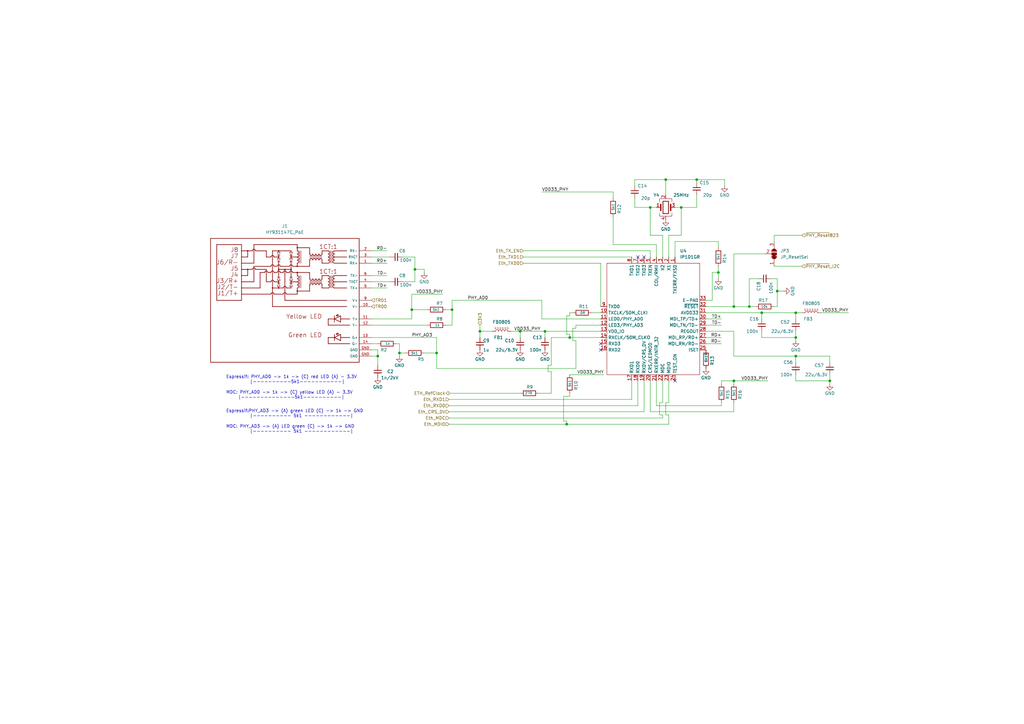
<source format=kicad_sch>
(kicad_sch (version 20211123) (generator eeschema)
  (paper "A3")
  (title_block (title "Ethernet PHY IP101") (date "2022-08-14") (rev "3a") (company "MDC"))
  (lib_symbols
    (symbol "Device:C_Small" (pin_numbers hide) (pin_names (offset 0.254) hide)
      (property "Reference" "C" (at 0.254 1.778 0))
      (property "Value" "C_Small" (at 0.254 -2.032 0))
      (symbol "C_Small_1_1"
        (pin passive line (at 0 2.54 270) (length 2.032) (name "~") (number "1"))
        (pin passive line (at 0 -2.54 90) (length 2.032) (name "~") (number "2"))
      )
    )
    (symbol "Device:Crystal_GND24" (pin_names (offset 1.016) hide)
      (property "Reference" "Y" (at 3.175 5.08 0))
      (property "Value" "Crystal_GND24" (at 3.175 3.175 0))
      (symbol "Crystal_GND24_1_1"
        (pin passive line (at -3.81 0 0) (length 1.27) (name "1") (number "1"))
        (pin passive line (at 0 5.08 270) (length 1.27) (name "2") (number "2"))
        (pin passive line (at 3.81 0 180) (length 1.27) (name "3") (number "3"))
        (pin passive line (at 0 -5.08 90) (length 1.27) (name "4") (number "4"))
      )
    )
    (symbol "Device:L_Ferrite" (pin_numbers hide) (pin_names (offset 1.016) hide)
      (property "Reference" "L" (at -1.27 0 90))
      (property "Value" "L_Ferrite" (at 2.794 0 90))
      (symbol "L_Ferrite_1_1"
        (pin passive line (at 0 3.81 270) (length 1.27) (name "1") (number "1"))
        (pin passive line (at 0 -3.81 90) (length 1.27) (name "2") (number "2"))
      )
    )
    (symbol "Device:R" (pin_numbers hide) (pin_names (offset 0))
      (property "Reference" "R" (at 2.032 0 90))
      (property "Value" "R" (at 0 0 90))
      (symbol "R_1_1"
        (pin passive line (at 0 3.81 270) (length 1.27) (name "~") (number "1"))
        (pin passive line (at 0 -3.81 90) (length 1.27) (name "~") (number "2"))
      )
    )
    (symbol "Jumper:SolderJumper_3_Bridged12" (pin_names (offset 0) hide)
      (property "Reference" "JP" (at -2.54 -2.54 0))
      (property "Value" "SolderJumper_3_Bridged12" (at 0 2.794 0))
      (symbol "SolderJumper_3_Bridged12_1_1"
        (pin passive line (at -5.08 0 0) (length 2.54) (name "A") (number "1"))
        (pin passive line (at 0 -3.81 90) (length 2.54) (name "C") (number "2"))
        (pin passive line (at 5.08 0 180) (length 2.54) (name "B") (number "3"))
      )
    )
    (symbol "MDC:HY931147C_PoE"
      (property "Reference" "J" (at -13.97 16.51 0))
      (property "Value" "HY931147C_PoE" (at 0 16.51 0))
      (symbol "HY931147C_PoE_0_0"
        (text "1CT:1" (at -20.32 0.635 0) (effects (font (size 1.778 1.778)) (justify left bottom)))
        (text "1CT:1" (at -20.32 10.795 0) (effects (font (size 1.778 1.778)) (justify left bottom)))
        (text "Green LED" (at -13.97 -25.4 0) (effects (font (size 1.778 1.778)) (justify left bottom)))
        (text "J1/T+" (at 20.32 -8.255 0) (effects (font (size 1.778 1.778)) (justify left bottom)))
        (text "J2/T-" (at 20.32 -5.715 0) (effects (font (size 1.778 1.778)) (justify left bottom)))
        (text "J3/R+" (at 20.32 -3.175 0) (effects (font (size 1.778 1.778)) (justify left bottom)))
        (text "J4" (at 20.32 -0.635 0) (effects (font (size 1.778 1.778)) (justify left bottom)))
        (text "J5" (at 20.32 1.905 0) (effects (font (size 1.778 1.778)) (justify left bottom)))
        (text "J6/R-" (at 20.32 4.445 0) (effects (font (size 1.778 1.778)) (justify left bottom)))
        (text "J7" (at 20.32 6.985 0) (effects (font (size 1.778 1.778)) (justify left bottom)))
        (text "J8" (at 20.32 9.525 0) (effects (font (size 1.778 1.778)) (justify left bottom)))
        (text "Yellow LED" (at -13.97 -17.78 0) (effects (font (size 1.778 1.778)) (justify left bottom)))
        (pin bidirectional line (at -34.29 5.08 0) (length 5.08) (name "RX+") (number "1"))
        (pin bidirectional line (at -34.29 -12.7 0) (length 5.08) (name "V-") (number "10"))
        (pin bidirectional line (at -34.29 -17.78 0) (length 5.08) (name "Y+") (number "11"))
        (pin bidirectional line (at -34.29 -20.32 0) (length 5.08) (name "Y-") (number "12"))
        (pin bidirectional line (at -34.29 -25.4 0) (length 5.08) (name "G+") (number "13"))
        (pin bidirectional line (at -34.29 -27.94 0) (length 5.08) (name "G-") (number "14"))
        (pin bidirectional line (at -34.29 10.16 0) (length 5.08) (name "RX-") (number "2"))
        (pin bidirectional line (at -34.29 7.62 0) (length 5.08) (name "RXCT") (number "3"))
        (pin bidirectional line (at -34.29 -2.54 0) (length 5.08) (name "TXCT") (number "4"))
        (pin bidirectional line (at -34.29 -5.08 0) (length 5.08) (name "TX+") (number "5"))
        (pin bidirectional line (at -34.29 0 0) (length 5.08) (name "TX-") (number "6"))
        (pin bidirectional line (at -34.29 -10.16 0) (length 5.08) (name "V+") (number "9"))
        (pin bidirectional line (at -34.29 -33.02 0) (length 5.08) (name "GND") (number "GND"))
        (pin bidirectional line (at -34.29 -30.48 0) (length 5.08) (name "GND") (number "GND"))
      )
    )
    (symbol "MDC:IP101GR"
      (property "Reference" "U" (at 15.24 27.94 0))
      (property "Value" "IP101GR" (at -17.78 27.94 0))
      (symbol "IP101GR_1_1"
        (pin passive line (at 8.89 29.21 270) (length 2.54) (name "TXERR/FXSD") (number "1"))
        (pin passive line (at -21.59 6.35 0) (length 2.54) (name "TXCLK/50M_CLKI") (number "10"))
        (pin passive line (at -21.59 3.81 0) (length 2.54) (name "LED0/PHY_AD0") (number "11"))
        (pin passive line (at -21.59 1.27 0) (length 2.54) (name "LED3/PHY_AD3") (number "12"))
        (pin passive line (at -21.59 -1.27 0) (length 2.54) (name "VDD_IO") (number "13"))
        (pin passive line (at -21.59 -3.81 0) (length 2.54) (name "RXCLK/50M_CLKO") (number "14"))
        (pin passive line (at -21.59 -6.35 0) (length 2.54) (name "RXD3") (number "15"))
        (pin passive line (at -21.59 -8.89 0) (length 2.54) (name "RXD2") (number "16"))
        (pin passive line (at -8.89 -21.59 90) (length 2.54) (name "RXD1") (number "17"))
        (pin passive line (at -6.35 -21.59 90) (length 2.54) (name "RXD0") (number "18"))
        (pin passive line (at -3.81 -21.59 90) (length 2.54) (name "RXDV/CRS_DV") (number "19"))
        (pin passive line (at 6.35 29.21 270) (length 2.54) (name "X1") (number "2"))
        (pin passive line (at -1.27 -21.59 90) (length 2.54) (name "CRS/LEDMOD") (number "20"))
        (pin passive line (at 1.27 -21.59 90) (length 2.54) (name "RXERR/INTR_32") (number "21"))
        (pin passive line (at 3.81 -21.59 90) (length 2.54) (name "MDC") (number "22"))
        (pin passive line (at 6.35 -21.59 90) (length 2.54) (name "MDIO") (number "23"))
        (pin passive line (at 8.89 -21.59 90) (length 2.54) (name "TEST_ON") (number "24"))
        (pin passive line (at 21.59 -8.89 180) (length 2.54) (name "ISET") (number "25"))
        (pin passive line (at 21.59 -6.35 180) (length 2.54) (name "MDI_RN/RD-") (number "26"))
        (pin passive line (at 21.59 -3.81 180) (length 2.54) (name "MDI_RP/RD+") (number "27"))
        (pin passive line (at 21.59 -1.27 180) (length 2.54) (name "REGOUT") (number "28"))
        (pin passive line (at 21.59 1.27 180) (length 2.54) (name "MDI_TN/TD-") (number "29"))
        (pin passive line (at 3.81 29.21 270) (length 2.54) (name "X2") (number "3"))
        (pin passive line (at 21.59 3.81 180) (length 2.54) (name "MDI_TP/TD+") (number "30"))
        (pin passive line (at 21.59 6.35 180) (length 2.54) (name "AVDD33") (number "31"))
        (pin passive line (at 21.59 8.89 180) (length 2.54) (name "~{RESET}") (number "32"))
        (pin passive line (at 21.59 11.43 180) (length 2.54) (name "E-PAD") (number "33"))
        (pin passive line (at 1.27 29.21 270) (length 2.54) (name "COL/RMII") (number "4"))
        (pin passive line (at -1.27 29.21 270) (length 2.54) (name "TXEN") (number "5"))
        (pin passive line (at -3.81 29.21 270) (length 2.54) (name "TXD3") (number "6"))
        (pin passive line (at -6.35 29.21 270) (length 2.54) (name "TXD2") (number "7"))
        (pin passive line (at -8.89 29.21 270) (length 2.54) (name "TXD1") (number "8"))
        (pin passive line (at -21.59 8.89 0) (length 2.54) (name "TXD0") (number "9"))
      )
    )
    (symbol "power:GND" (power) (pin_names (offset 0))
      (property "Value" "GND" (at 0 -3.81 0))
      (symbol "GND_1_1"
        (pin power_in line (at 0 0 270) (length 0) hide (name "GND") (number "1"))
      )
    )
  )
  (junction (at 170.18 110.49))
  (junction (at 223.52 135.89))
  (junction (at 196.85 135.89))
  (junction (at 213.36 135.89))
  (junction (at 340.36 156.21))
  (junction (at 163.83 144.78))
  (junction (at 326.39 138.43))
  (junction (at 279.4 85.09))
  (junction (at 326.39 128.27))
  (junction (at 232.41 173.99))
  (junction (at 154.94 146.05))
  (junction (at 312.42 128.27))
  (junction (at 179.07 144.78))
  (junction (at 300.99 125.73))
  (junction (at 300.99 156.21))
  (junction (at 285.75 73.66))
  (junction (at 318.77 119.38))
  (junction (at 294.64 111.76))
  (junction (at 168.91 127))
  (junction (at 185.42 127))
  (junction (at 326.39 146.05))
  (junction (at 273.05 73.66))
  (junction (at 307.34 125.73))
  (junction (at 266.7 85.09))
  (junction (at 233.68 138.43))
  (no_connect (at 276.86 156.21))
  (no_connect (at 246.38 140.97))
  (no_connect (at 246.38 143.51))
  (no_connect (at 261.62 105.41))
  (no_connect (at 264.16 105.41))
  (wire (pts (xy 300.99 156.21) (xy 300.99 157.48)))
  (wire (pts (xy 152.4 146.05) (xy 154.94 146.05)))
  (wire (pts (xy 295.91 166.37) (xy 295.91 165.1)))
  (wire (pts (xy 326.39 138.43) (xy 326.39 135.89)))
  (wire (pts (xy 266.7 156.21) (xy 266.7 168.91)))
  (wire (pts (xy 179.07 138.43) (xy 179.07 144.78)))
  (wire (pts (xy 184.15 163.83) (xy 259.08 163.83)))
  (wire (pts (xy 318.77 114.3) (xy 318.77 119.38)))
  (wire (pts (xy 271.78 170.18) (xy 271.78 171.45)))
  (wire (pts (xy 173.99 144.78) (xy 179.07 144.78)))
  (wire (pts (xy 269.24 166.37) (xy 295.91 166.37)))
  (wire (pts (xy 276.86 99.06) (xy 294.64 99.06)))
  (wire (pts (xy 300.99 146.05) (xy 326.39 146.05)))
  (wire (pts (xy 289.56 125.73) (xy 300.99 125.73)))
  (wire (pts (xy 300.99 135.89) (xy 300.99 146.05)))
  (wire (pts (xy 266.7 85.09) (xy 260.35 85.09)))
  (wire (pts (xy 173.99 110.49) (xy 173.99 111.76)))
  (wire (pts (xy 274.32 96.52) (xy 279.4 96.52)))
  (wire (pts (xy 234.95 139.7) (xy 236.22 139.7)))
  (wire (pts (xy 300.99 125.73) (xy 300.99 104.14)))
  (wire (pts (xy 271.78 165.1) (xy 270.51 165.1)))
  (wire (pts (xy 233.68 153.67) (xy 247.65 153.67)))
  (wire (pts (xy 162.56 140.97) (xy 163.83 140.97)))
  (wire (pts (xy 276.86 105.41) (xy 276.86 99.06)))
  (wire (pts (xy 236.22 139.7) (xy 236.22 151.13)))
  (wire (pts (xy 294.64 111.76) (xy 294.64 114.3)))
  (wire (pts (xy 246.38 125.73) (xy 246.38 107.95)))
  (wire (pts (xy 231.14 172.72) (xy 231.14 162.56)))
  (wire (pts (xy 271.78 96.52) (xy 266.7 96.52)))
  (wire (pts (xy 300.99 165.1) (xy 300.99 168.91)))
  (wire (pts (xy 312.42 138.43) (xy 326.39 138.43)))
  (wire (pts (xy 273.05 73.66) (xy 285.75 73.66)))
  (wire (pts (xy 274.32 165.1) (xy 273.05 165.1)))
  (wire (pts (xy 289.56 138.43) (xy 295.91 138.43)))
  (wire (pts (xy 336.55 128.27) (xy 347.98 128.27)))
  (wire (pts (xy 279.4 85.09) (xy 285.75 85.09)))
  (wire (pts (xy 289.56 130.81) (xy 295.91 130.81)))
  (wire (pts (xy 152.4 105.41) (xy 160.02 105.41)))
  (wire (pts (xy 326.39 138.43) (xy 326.39 139.7)))
  (wire (pts (xy 273.05 170.18) (xy 274.32 170.18)))
  (wire (pts (xy 232.41 173.99) (xy 274.32 173.99)))
  (wire (pts (xy 251.46 88.9) (xy 251.46 100.33)))
  (wire (pts (xy 307.34 114.3) (xy 307.34 125.73)))
  (wire (pts (xy 294.64 99.06) (xy 294.64 101.6)))
  (wire (pts (xy 307.34 125.73) (xy 309.88 125.73)))
  (wire (pts (xy 152.4 143.51) (xy 154.94 143.51)))
  (wire (pts (xy 295.91 156.21) (xy 295.91 157.48)))
  (wire (pts (xy 224.79 152.4) (xy 226.06 152.4)))
  (wire (pts (xy 273.05 165.1) (xy 273.05 170.18)))
  (wire (pts (xy 231.14 172.72) (xy 232.41 172.72)))
  (wire (pts (xy 226.06 149.86) (xy 224.79 149.86)))
  (wire (pts (xy 222.25 130.81) (xy 222.25 123.19)))
  (wire (pts (xy 214.63 105.41) (xy 259.08 105.41)))
  (wire (pts (xy 234.95 134.62) (xy 234.95 139.7)))
  (wire (pts (xy 314.96 156.21) (xy 300.99 156.21)))
  (wire (pts (xy 184.15 173.99) (xy 232.41 173.99)))
  (wire (pts (xy 165.1 115.57) (xy 170.18 115.57)))
  (wire (pts (xy 269.24 85.09) (xy 266.7 85.09)))
  (wire (pts (xy 231.14 162.56) (xy 233.68 162.56)))
  (wire (pts (xy 182.88 127) (xy 185.42 127)))
  (wire (pts (xy 246.38 135.89) (xy 223.52 135.89)))
  (wire (pts (xy 269.24 105.41) (xy 269.24 100.33)))
  (wire (pts (xy 185.42 123.19) (xy 185.42 127)))
  (wire (pts (xy 154.94 146.05) (xy 154.94 149.86)))
  (wire (pts (xy 185.42 123.19) (xy 222.25 123.19)))
  (wire (pts (xy 300.99 104.14) (xy 313.69 104.14)))
  (wire (pts (xy 326.39 146.05) (xy 326.39 148.59)))
  (wire (pts (xy 297.18 73.66) (xy 297.18 76.2)))
  (wire (pts (xy 260.35 73.66) (xy 273.05 73.66)))
  (wire (pts (xy 170.18 110.49) (xy 173.99 110.49)))
  (wire (pts (xy 224.79 149.86) (xy 224.79 152.4)))
  (wire (pts (xy 270.51 165.1) (xy 270.51 170.18)))
  (wire (pts (xy 152.4 140.97) (xy 154.94 140.97)))
  (wire (pts (xy 196.85 133.35) (xy 196.85 135.89)))
  (wire (pts (xy 233.68 138.43) (xy 246.38 138.43)))
  (wire (pts (xy 311.15 114.3) (xy 307.34 114.3)))
  (wire (pts (xy 236.22 133.35) (xy 236.22 134.62)))
  (wire (pts (xy 246.38 107.95) (xy 214.63 107.95)))
  (wire (pts (xy 326.39 146.05) (xy 340.36 146.05)))
  (wire (pts (xy 232.41 137.16) (xy 233.68 137.16)))
  (wire (pts (xy 274.32 156.21) (xy 274.32 165.1)))
  (wire (pts (xy 276.86 85.09) (xy 279.4 85.09)))
  (wire (pts (xy 233.68 161.29) (xy 233.68 162.56)))
  (wire (pts (xy 226.06 138.43) (xy 233.68 138.43)))
  (wire (pts (xy 209.55 135.89) (xy 213.36 135.89)))
  (wire (pts (xy 226.06 138.43) (xy 226.06 149.86)))
  (wire (pts (xy 152.4 118.11) (xy 158.75 118.11)))
  (wire (pts (xy 274.32 170.18) (xy 274.32 173.99)))
  (wire (pts (xy 152.4 113.03) (xy 158.75 113.03)))
  (wire (pts (xy 289.56 128.27) (xy 312.42 128.27)))
  (wire (pts (xy 214.63 102.87) (xy 266.7 102.87)))
  (wire (pts (xy 184.15 166.37) (xy 261.62 166.37)))
  (wire (pts (xy 316.23 114.3) (xy 318.77 114.3)))
  (wire (pts (xy 223.52 135.89) (xy 213.36 135.89)))
  (wire (pts (xy 226.06 152.4) (xy 226.06 161.29)))
  (wire (pts (xy 184.15 161.29) (xy 213.36 161.29)))
  (wire (pts (xy 242.57 128.27) (xy 246.38 128.27)))
  (wire (pts (xy 213.36 135.89) (xy 213.36 138.43)))
  (wire (pts (xy 318.77 119.38) (xy 318.77 125.73)))
  (wire (pts (xy 285.75 85.09) (xy 285.75 80.01)))
  (wire (pts (xy 260.35 76.2) (xy 260.35 73.66)))
  (wire (pts (xy 312.42 135.89) (xy 312.42 138.43)))
  (wire (pts (xy 326.39 128.27) (xy 326.39 130.81)))
  (wire (pts (xy 317.5 96.52) (xy 317.5 99.06)))
  (wire (pts (xy 152.4 102.87) (xy 158.75 102.87)))
  (wire (pts (xy 340.36 146.05) (xy 340.36 148.59)))
  (wire (pts (xy 168.91 120.65) (xy 181.61 120.65)))
  (wire (pts (xy 185.42 127) (xy 185.42 133.35)))
  (wire (pts (xy 152.4 130.81) (xy 168.91 130.81)))
  (wire (pts (xy 222.25 130.81) (xy 246.38 130.81)))
  (wire (pts (xy 163.83 144.78) (xy 166.37 144.78)))
  (wire (pts (xy 179.07 151.13) (xy 236.22 151.13)))
  (wire (pts (xy 279.4 96.52) (xy 279.4 85.09)))
  (wire (pts (xy 152.4 115.57) (xy 160.02 115.57)))
  (wire (pts (xy 289.56 140.97) (xy 295.91 140.97)))
  (wire (pts (xy 271.78 156.21) (xy 271.78 165.1)))
  (wire (pts (xy 326.39 156.21) (xy 340.36 156.21)))
  (wire (pts (xy 168.91 127) (xy 175.26 127)))
  (wire (pts (xy 294.64 109.22) (xy 294.64 111.76)))
  (wire (pts (xy 233.68 128.27) (xy 233.68 129.54)))
  (wire (pts (xy 266.7 96.52) (xy 266.7 85.09)))
  (wire (pts (xy 285.75 73.66) (xy 297.18 73.66)))
  (wire (pts (xy 289.56 133.35) (xy 295.91 133.35)))
  (wire (pts (xy 154.94 143.51) (xy 154.94 146.05)))
  (wire (pts (xy 179.07 144.78) (xy 179.07 151.13)))
  (wire (pts (xy 259.08 156.21) (xy 259.08 163.83)))
  (wire (pts (xy 232.41 172.72) (xy 232.41 173.99)))
  (wire (pts (xy 271.78 105.41) (xy 271.78 96.52)))
  (wire (pts (xy 289.56 123.19) (xy 292.1 123.19)))
  (wire (pts (xy 326.39 153.67) (xy 326.39 156.21)))
  (wire (pts (xy 269.24 156.21) (xy 269.24 166.37)))
  (wire (pts (xy 232.41 129.54) (xy 232.41 137.16)))
  (wire (pts (xy 182.88 133.35) (xy 185.42 133.35)))
  (wire (pts (xy 270.51 170.18) (xy 271.78 170.18)))
  (wire (pts (xy 222.25 78.74) (xy 251.46 78.74)))
  (wire (pts (xy 340.36 156.21) (xy 340.36 153.67)))
  (wire (pts (xy 184.15 171.45) (xy 271.78 171.45)))
  (wire (pts (xy 163.83 144.78) (xy 163.83 140.97)))
  (wire (pts (xy 328.93 109.22) (xy 317.5 109.22)))
  (wire (pts (xy 152.4 133.35) (xy 175.26 133.35)))
  (wire (pts (xy 234.95 134.62) (xy 236.22 134.62)))
  (wire (pts (xy 266.7 105.41) (xy 266.7 102.87)))
  (wire (pts (xy 312.42 128.27) (xy 326.39 128.27)))
  (wire (pts (xy 273.05 73.66) (xy 273.05 80.01)))
  (wire (pts (xy 234.95 128.27) (xy 233.68 128.27)))
  (wire (pts (xy 260.35 85.09) (xy 260.35 81.28)))
  (wire (pts (xy 233.68 137.16) (xy 233.68 138.43)))
  (wire (pts (xy 300.99 125.73) (xy 307.34 125.73)))
  (wire (pts (xy 264.16 156.21) (xy 264.16 168.91)))
  (wire (pts (xy 179.07 138.43) (xy 152.4 138.43)))
  (wire (pts (xy 184.15 168.91) (xy 264.16 168.91)))
  (wire (pts (xy 274.32 105.41) (xy 274.32 96.52)))
  (wire (pts (xy 232.41 129.54) (xy 233.68 129.54)))
  (wire (pts (xy 340.36 156.21) (xy 340.36 157.48)))
  (wire (pts (xy 300.99 156.21) (xy 295.91 156.21)))
  (wire (pts (xy 326.39 128.27) (xy 328.93 128.27)))
  (wire (pts (xy 220.98 161.29) (xy 226.06 161.29)))
  (wire (pts (xy 196.85 135.89) (xy 201.93 135.89)))
  (wire (pts (xy 152.4 107.95) (xy 158.75 107.95)))
  (wire (pts (xy 196.85 135.89) (xy 196.85 138.43)))
  (wire (pts (xy 292.1 123.19) (xy 292.1 111.76)))
  (wire (pts (xy 251.46 100.33) (xy 269.24 100.33)))
  (wire (pts (xy 163.83 146.05) (xy 163.83 144.78)))
  (wire (pts (xy 292.1 111.76) (xy 294.64 111.76)))
  (wire (pts (xy 170.18 105.41) (xy 165.1 105.41)))
  (wire (pts (xy 285.75 73.66) (xy 285.75 74.93)))
  (wire (pts (xy 318.77 119.38) (xy 321.31 119.38)))
  (wire (pts (xy 170.18 110.49) (xy 170.18 105.41)))
  (wire (pts (xy 168.91 127) (xy 168.91 120.65)))
  (wire (pts (xy 312.42 128.27) (xy 312.42 130.81)))
  (wire (pts (xy 223.52 135.89) (xy 223.52 138.43)))
  (wire (pts (xy 266.7 168.91) (xy 300.99 168.91)))
  (wire (pts (xy 328.93 96.52) (xy 317.5 96.52)))
  (wire (pts (xy 318.77 125.73) (xy 317.5 125.73)))
  (wire (pts (xy 251.46 78.74) (xy 251.46 81.28)))
  (wire (pts (xy 289.56 135.89) (xy 300.99 135.89)))
  (wire (pts (xy 170.18 115.57) (xy 170.18 110.49)))
  (wire (pts (xy 246.38 133.35) (xy 236.22 133.35)))
  (wire (pts (xy 168.91 130.81) (xy 168.91 127)))
  (wire (pts (xy 261.62 156.21) (xy 261.62 166.37)))
  (text "Espressif: PHY_AD0 -> 1k -> (C) red LED (A) - 3.3V\n          |----------5k1-----------|" (at 92.71 157.48 0) (effects (font (size 1.27 1.27)) (justify left bottom)))
  (text "Espressif:PHY_AD3 -> (A) green LED (C) -> 1k -> GND\n          |---------- 5k1 ------------|" (at 92.71 171.45 0) (effects (font (size 1.27 1.27)) (justify left bottom)))
  (text "MDC: PHY_AD3 -> (A) LED green (C) -> 1k -> GND \n          |---------- 5k1 ------------|" (at 92.71 177.8 0) (effects (font (size 1.27 1.27)) (justify left bottom)))
  (text "MDC: PHY_AD0 -> 1k -> (C) yellow LED (A) - 3.3V\n     |--------------5k1----------|" (at 92.71 163.83 0) (effects (font (size 1.27 1.27)) (justify left bottom)))
  (label "VDD33_PHY" (at 181.61 120.65 180))
  (label "TD+" (at 295.91 130.81 180))
  (label "VDD33_PHY" (at 347.98 128.27 180))
  (label "RD+" (at 158.75 107.95 180))
  (label "TD-" (at 295.91 133.35 180))
  (label "PHY_AD0" (at 191.77 123.19 0))
  (label "VDD33_PHY" (at 247.65 153.67 180))
  (label "VDD33_PHY" (at 210.82 135.89 0))
  (label "RD+" (at 295.91 138.43 180))
  (label "TD-" (at 158.75 113.03 180))
  (label "VDD33_PHY" (at 222.25 78.74 0))
  (label "PHY_AD3" (at 168.91 138.43 0))
  (label "VDD33_PHY" (at 314.96 156.21 180))
  (label "TD+" (at 158.75 118.11 180))
  (label "RD-" (at 295.91 140.97 180))
  (label "RD-" (at 158.75 102.87 180))
  (hierarchical_label "Eth_TXD0" (shape input) (at 214.63 107.95 180))
  (hierarchical_label "Eth_TX_EN" (shape input) (at 214.63 102.87 180))
  (hierarchical_label "Eth_MDC" (shape input) (at 184.15 171.45 180))
  (hierarchical_label "TR01" (shape input) (at 152.4 123.19 0))
  (hierarchical_label "Eth_MDIO" (shape input) (at 184.15 173.99 180))
  (hierarchical_label "TR00" (shape input) (at 152.4 125.73 0))
  (hierarchical_label "~{PHY_Reset}823" (shape input) (at 328.93 96.52 0))
  (hierarchical_label "Eth_TXD1" (shape input) (at 214.63 105.41 180))
  (hierarchical_label "ETH_RefClock" (shape output) (at 184.15 161.29 180))
  (hierarchical_label "~{PHY_Reset}_I2C" (shape input) (at 328.93 109.22 0))
  (hierarchical_label "Eth_CRS_DV" (shape input) (at 184.15 168.91 180))
  (hierarchical_label "3V3" (shape input) (at 196.85 133.35 90))
  (hierarchical_label "Eth_RXD1" (shape input) (at 184.15 163.83 180))
  (hierarchical_label "Eth_RXD0" (shape input) (at 184.15 166.37 180))
  (symbol (lib_id "Device:R") (at 300.99 161.29 0) (unit 1)
    (property "Reference" "R16" (at 303.53 163.83 90) (effects (justify left)))
    (property "Value" "5k1" (at 300.99 162.56 90) (effects (font (size 1 1)) (justify left)))
    (property "Footprint" "Resistor_SMD:R_0603_1608Metric" (effects hide))
    (property "MfgNo" "0603WAF5101T5E" (effects hide))
    (property "price@1" "0.003" (effects hide))
    (property "price@reel" "0.002" (effects hide))
    (property "JCLPCB" "C23186" (effects hide))
  )
  (symbol (lib_id "power:GND") (at 154.94 154.94 0) (unit 1)
    (property "Reference" "#PWR07" (effects hide))
    (property "Value" "GND" (at 154.94 158.75 0))
  )
  (symbol (lib_id "Device:C_Small") (at 213.36 140.97 0) (unit 1)
    (property "Reference" "C10" (at 207.01 139.7 0) (effects (justify left)))
    (property "Value" "22u/6.3V" (at 203.2 143.51 0) (effects (justify left)))
    (property "Footprint" "Capacitor_SMD:C_0805_2012Metric" (effects hide))
    (property "MfgNo" "CL10A226MQ8NRNC" (effects hide))
    (property "price@1" "0.005" (effects hide))
    (property "price@reel" "0.005" (effects hide))
    (property "JCLPCB" "C59461" (effects hide))
  )
  (symbol (lib_id "power:GND") (at 289.56 151.13 0) (unit 1)
    (property "Reference" "#PWR026" (effects hide))
    (property "Value" "GND" (at 289.56 154.94 0))
  )
  (symbol (lib_id "Device:R") (at 233.68 157.48 0) (unit 1)
    (property "Reference" "R10" (at 236.22 160.02 90) (effects (justify left)))
    (property "Value" "5k1" (at 233.68 158.75 90) (effects (font (size 1 1)) (justify left)))
    (property "Footprint" "Resistor_SMD:R_0603_1608Metric" (effects hide))
    (property "MfgNo" "0603WAF5101T5E" (effects hide))
    (property "price@1" "0.003" (effects hide))
    (property "price@reel" "0.002" (effects hide))
    (property "JCLPCB" "C23186" (effects hide))
  )
  (symbol (lib_id "Device:L_Ferrite") (at 205.74 135.89 90) (unit 1)
    (property "Reference" "FB1" (at 204.47 138.43 90))
    (property "Value" "FB0805" (at 205.74 132.08 90))
    (property "Footprint" "Resistor_SMD:R_0805_2012Metric" (effects hide))
    (property "MfgNo" "UPZ2012E601-2R0TF" (effects hide))
    (property "price@1" "0.02" (effects hide))
    (property "price@reel" "0.01" (effects hide))
    (property "JCLPCB" "C98308" (effects hide))
  )
  (symbol (lib_id "Device:C_Small") (at 340.36 151.13 0) (unit 1)
    (property "Reference" "C57" (at 334.01 149.86 0) (effects (justify left)))
    (property "Value" "22u/6.3V" (at 330.2 153.67 0) (effects (justify left)))
    (property "Footprint" "Capacitor_SMD:C_0805_2012Metric" (effects hide))
    (property "MfgNo" "CL10A226MQ8NRNC" (effects hide))
    (property "price@1" "0.005" (effects hide))
    (property "price@reel" "0.005" (effects hide))
    (property "JCLPCB" "C59461" (effects hide))
  )
  (symbol (lib_id "Device:C_Small") (at 326.39 151.13 0) (unit 1)
    (property "Reference" "C56" (at 321.31 148.59 0) (effects (justify left)))
    (property "Value" "100n" (at 320.04 153.67 0) (effects (justify left)))
    (property "Footprint" "Capacitor_SMD:C_0603_1608Metric" (effects hide))
    (property "MfgNo" "CC0603KRX7R9BB104" (effects hide))
    (property "price@1" "0.003" (effects hide))
    (property "price@reel" "0.002" (effects hide))
    (property "JCLPCB" "C14663" (effects hide))
  )
  (symbol (lib_id "Device:R") (at 217.17 161.29 270) (unit 1)
    (property "Reference" "R9" (at 215.9 158.75 90) (effects (justify left)))
    (property "Value" "27R" (at 215.265 161.29 90) (effects (font (size 1 1)) (justify left)))
    (property "Footprint" "Resistor_SMD:R_0603_1608Metric" (effects hide))
    (property "MfgNo" "0603WAF270JT5E" (effects hide))
    (property "price@1" "0.003" (effects hide))
    (property "price@reel" "0.002" (effects hide))
    (property "JCLPCB" "C25190" (effects hide))
  )
  (symbol (lib_id "Device:C_Small") (at 312.42 133.35 0) (unit 1)
    (property "Reference" "C16" (at 307.34 130.81 0) (effects (justify left)))
    (property "Value" "100n" (at 306.07 135.89 0) (effects (justify left)))
    (property "Footprint" "Capacitor_SMD:C_0603_1608Metric" (effects hide))
    (property "MfgNo" "CC0603KRX7R9BB104" (effects hide))
    (property "price@1" "0.003" (effects hide))
    (property "price@reel" "0.002" (effects hide))
    (property "JCLPCB" "C14663" (effects hide))
  )
  (symbol (lib_id "Device:C_Small") (at 285.75 77.47 0) (mirror y) (unit 1)
    (property "Reference" "C15" (at 290.83 74.93 0) (effects (justify left)))
    (property "Value" "20p" (at 292.1 80.01 0) (effects (justify left)))
    (property "Footprint" "Capacitor_SMD:C_0603_1608Metric" (effects hide))
    (property "MfgNo" "CL10C200JB8NNNC" (effects hide))
    (property "price@1" "0.007" (effects hide))
    (property "price@reel" "0.006" (effects hide))
    (property "JCLPCB" "C1648" (effects hide))
  )
  (symbol (lib_id "MDC:IP101GR") (at 267.97 134.62 0) (unit 1)
    (property "Reference" "U4" (at 278.8794 102.87 0) (effects (justify left)))
    (property "Value" "IP101GR" (at 278.8794 105.41 0) (effects (justify left)))
    (property "Footprint" "Package_DFN_QFN:QFN-32-1EP_4x4mm_P0.4mm_EP2.65x2.65mm" (effects hide))
    (property "MfgNo" "IP101GRI" (effects hide))
    (property "price@1" "1.86" (effects hide))
    (property "price@reel" "1.32" (effects hide))
    (property "JCLPCB" "C910373" (effects hide))
  )
  (symbol (lib_id "Device:C_Small") (at 223.52 140.97 0) (unit 1)
    (property "Reference" "C13" (at 218.44 138.43 0) (effects (justify left)))
    (property "Value" "100n" (at 217.17 143.51 0) (effects (justify left)))
    (property "Footprint" "Capacitor_SMD:C_0603_1608Metric" (effects hide))
    (property "MfgNo" "CC0603KRX7R9BB104" (effects hide))
    (property "price@1" "0.003" (effects hide))
    (property "price@reel" "0.002" (effects hide))
    (property "JCLPCB" "C14663" (effects hide))
  )
  (symbol (lib_id "power:GND") (at 321.31 119.38 90) (unit 1)
    (property "Reference" "#PWR051" (effects hide))
    (property "Value" "GND" (at 325.12 119.38 0))
  )
  (symbol (lib_id "Device:R") (at 313.69 125.73 90) (unit 1)
    (property "Reference" "R17" (at 314.96 123.19 90) (effects (justify left)))
    (property "Value" "10k" (at 314.96 125.73 90) (effects (font (size 1 1)) (justify left)))
    (property "Footprint" "Resistor_SMD:R_0603_1608Metric" (effects hide))
    (property "MfgNo" "0603WAF1002T5E" (effects hide))
    (property "price@1" "0.003" (effects hide))
    (property "price@reel" "0.002" (effects hide))
    (property "JCLPCB" "C25804" (effects hide))
  )
  (symbol (lib_id "power:GND") (at 273.05 90.17 0) (unit 1)
    (property "Reference" "#PWR024" (effects hide))
    (property "Value" "GND" (at 273.05 93.98 0))
  )
  (symbol (lib_id "power:GND") (at 340.36 157.48 0) (unit 1)
    (property "Reference" "#PWR053" (effects hide))
    (property "Value" "GND" (at 340.36 161.29 0))
  )
  (symbol (lib_id "Device:L_Ferrite") (at 332.74 128.27 90) (unit 1)
    (property "Reference" "FB3" (at 331.47 130.81 90))
    (property "Value" "FB0805" (at 332.74 124.46 90))
    (property "Footprint" "Resistor_SMD:R_0805_2012Metric" (effects hide))
    (property "MfgNo" "UPZ2012E601-2R0TF" (effects hide))
    (property "price@1" "0.02" (effects hide))
    (property "price@reel" "0.01" (effects hide))
    (property "JCLPCB" "C98308" (effects hide))
  )
  (symbol (lib_id "power:GND") (at 173.99 111.76 0) (unit 1)
    (property "Reference" "#PWR014" (effects hide))
    (property "Value" "GND" (at 173.99 115.57 0))
  )
  (symbol (lib_id "power:GND") (at 294.64 114.3 0) (unit 1)
    (property "Reference" "#PWR029" (effects hide))
    (property "Value" "GND" (at 294.64 118.11 0))
  )
  (symbol (lib_id "power:GND") (at 223.52 143.51 0) (unit 1)
    (property "Reference" "#PWR023" (effects hide))
    (property "Value" "GND" (at 223.52 147.32 0))
  )
  (symbol (lib_id "Device:C_Small") (at 326.39 133.35 0) (unit 1)
    (property "Reference" "C52" (at 320.04 132.08 0) (effects (justify left)))
    (property "Value" "22u/6.3V" (at 316.23 135.89 0) (effects (justify left)))
    (property "Footprint" "Capacitor_SMD:C_0805_2012Metric" (effects hide))
    (property "MfgNo" "CL10A226MQ8NRNC" (effects hide))
    (property "price@1" "0.005" (effects hide))
    (property "price@reel" "0.005" (effects hide))
    (property "JCLPCB" "C59461" (effects hide))
  )
  (symbol (lib_id "Device:R") (at 289.56 147.32 0) (unit 1)
    (property "Reference" "R13" (at 292.1 149.86 90) (effects (justify left)))
    (property "Value" "6k19" (at 289.56 148.59 90) (effects (font (size 1 1)) (justify left)))
    (property "Footprint" "Resistor_SMD:R_0603_1608Metric" (effects hide))
    (property "MfgNo" "0603WAF6191T5E" (effects hide))
    (property "price@1" "0.003" (effects hide))
    (property "price@reel" "0.002" (effects hide))
    (property "JCLPCB" "C25978" (effects hide))
  )
  (symbol (lib_id "Device:C_Small") (at 313.69 114.3 90) (unit 1)
    (property "Reference" "C18" (at 311.15 119.38 0) (effects (justify left)))
    (property "Value" "100n" (at 316.23 120.65 0) (effects (justify left)))
    (property "Footprint" "Capacitor_SMD:C_0603_1608Metric" (effects hide))
    (property "MfgNo" "CC0603KRX7R9BB104" (effects hide))
    (property "price@1" "0.003" (effects hide))
    (property "price@reel" "0.002" (effects hide))
    (property "JCLPCB" "C14663" (effects hide))
  )
  (symbol (lib_id "Device:R") (at 179.07 133.35 90) (unit 1)
    (property "Reference" "R8" (at 181.61 130.81 90) (effects (justify left)))
    (property "Value" "1k" (at 180.34 133.35 90) (effects (font (size 1 1)) (justify left)))
    (property "Footprint" "Resistor_SMD:R_0603_1608Metric" (effects hide))
    (property "MfgNo" "0603WAF1001T5E" (effects hide))
    (property "price@1" "0.003" (effects hide))
    (property "price@reel" "0.002" (effects hide))
    (property "JCLPCB" "C21190" (effects hide))
  )
  (symbol (lib_id "Device:C_Small") (at 154.94 152.4 0) (unit 1)
    (property "Reference" "C2" (at 158.75 152.4 0) (effects (justify left)))
    (property "Value" "1n/2kV" (at 156.21 154.94 0) (effects (justify left)))
    (property "Footprint" "Capacitor_SMD:C_1206_3216Metric" (effects hide))
    (property "MfgNo" "1206B102K202NT" (effects hide))
    (property "price@1" "0.006" (effects hide))
    (property "price@reel" "0.005" (effects hide))
    (property "JCLPCB" "C9196" (effects hide))
  )
  (symbol (lib_id "power:GND") (at 163.83 146.05 0) (unit 1)
    (property "Reference" "#PWR011" (effects hide))
    (property "Value" "GND" (at 163.83 149.86 0))
  )
  (symbol (lib_id "Device:R") (at 170.18 144.78 90) (unit 1)
    (property "Reference" "R5" (at 173.99 147.32 90) (effects (justify left)))
    (property "Value" "5k1" (at 171.45 144.78 90) (effects (font (size 1 1)) (justify left)))
    (property "Footprint" "Resistor_SMD:R_0603_1608Metric" (effects hide))
    (property "MfgNo" "0603WAF5101T5E" (effects hide))
    (property "price@1" "0.003" (effects hide))
    (property "price@reel" "0.002" (effects hide))
    (property "JCLPCB" "C23186" (effects hide))
  )
  (symbol (lib_id "Device:R") (at 158.75 140.97 90) (unit 1)
    (property "Reference" "R2" (at 158.75 143.51 90) (effects (justify left)))
    (property "Value" "1k" (at 160.02 140.97 90) (effects (font (size 1 1)) (justify left)))
    (property "Footprint" "Resistor_SMD:R_0603_1608Metric" (effects hide))
    (property "MfgNo" "0603WAF1001T5E" (effects hide))
    (property "price@1" "0.003" (effects hide))
    (property "price@reel" "0.002" (effects hide))
    (property "JCLPCB" "C21190" (effects hide))
  )
  (symbol (lib_id "Device:R") (at 294.64 105.41 0) (unit 1)
    (property "Reference" "R14" (at 297.18 107.95 90) (effects (justify left)))
    (property "Value" "5k1" (at 294.64 106.68 90) (effects (font (size 1 1)) (justify left)))
    (property "Footprint" "Resistor_SMD:R_0603_1608Metric" (effects hide))
    (property "MfgNo" "0603WAF5101T5E" (effects hide))
    (property "price@1" "0.003" (effects hide))
    (property "price@reel" "0.002" (effects hide))
    (property "JCLPCB" "C23186" (effects hide))
  )
  (symbol (lib_id "Device:R") (at 295.91 161.29 0) (unit 1)
    (property "Reference" "R15" (at 298.45 163.83 90) (effects (justify left)))
    (property "Value" "5k1" (at 295.91 162.56 90) (effects (font (size 1 1)) (justify left)))
    (property "Footprint" "Resistor_SMD:R_0603_1608Metric" (effects hide))
    (property "MfgNo" "0603WAF5101T5E" (effects hide))
    (property "price@1" "0.003" (effects hide))
    (property "price@reel" "0.002" (effects hide))
    (property "JCLPCB" "C23186" (effects hide))
  )
  (symbol (lib_id "Device:C_Small") (at 260.35 78.74 0) (mirror y) (unit 1)
    (property "Reference" "C14" (at 265.43 76.2 0) (effects (justify left)))
    (property "Value" "20p" (at 266.7 81.28 0) (effects (justify left)))
    (property "Footprint" "Capacitor_SMD:C_0603_1608Metric" (effects hide))
    (property "MfgNo" "CL10C200JB8NNNC" (effects hide))
    (property "price@1" "0.007" (effects hide))
    (property "price@reel" "0.006" (effects hide))
    (property "JCLPCB" "C1648" (effects hide))
  )
  (symbol (lib_id "Device:C_Small") (at 162.56 115.57 90) (unit 1)
    (property "Reference" "C8" (at 166.37 113.03 90) (effects (justify left)))
    (property "Value" "100n" (at 168.91 116.84 90) (effects (justify left)))
    (property "Footprint" "Capacitor_SMD:C_0603_1608Metric" (effects hide))
    (property "MfgNo" "CC0603KRX7R9BB104" (effects hide))
    (property "price@1" "0.003" (effects hide))
    (property "price@reel" "0.002" (effects hide))
    (property "JCLPCB" "C14663" (effects hide))
  )
  (symbol (lib_id "power:GND") (at 297.18 76.2 0) (unit 1)
    (property "Reference" "#PWR031" (effects hide))
    (property "Value" "GND" (at 297.18 80.01 0))
  )
  (symbol (lib_id "Device:C_Small") (at 196.85 140.97 0) (unit 1)
    (property "Reference" "C9" (at 198.12 139.7 0) (effects (justify left)))
    (property "Value" "1u" (at 198.12 143.51 0) (effects (justify left)))
    (property "Footprint" "Capacitor_SMD:C_0603_1608Metric" (effects hide))
    (property "MfgNo" "CL10A105KB8NNNC" (effects hide))
    (property "price@1" "0.003" (effects hide))
    (property "price@reel" "0.002" (effects hide))
    (property "JCLPCB" "C15849" (effects hide))
  )
  (symbol (lib_id "Device:C_Small") (at 162.56 105.41 90) (unit 1)
    (property "Reference" "C6" (at 166.37 102.87 90) (effects (justify left)))
    (property "Value" "100n" (at 168.91 106.68 90) (effects (justify left)))
    (property "Footprint" "Capacitor_SMD:C_0603_1608Metric" (effects hide))
    (property "MfgNo" "CC0603KRX7R9BB104" (effects hide))
    (property "price@1" "0.003" (effects hide))
    (property "price@reel" "0.002" (effects hide))
    (property "JCLPCB" "C14663" (effects hide))
  )
  (symbol (lib_id "Jumper:SolderJumper_3_Bridged12") (at 317.5 104.14 270) (mirror x) (unit 1)
    (property "Reference" "JP3" (at 320.04 102.8699 90) (effects (justify left)))
    (property "Value" "JP_ResetSel" (at 320.04 105.4099 90) (effects (justify left)))
    (property "Footprint" "Jumper:SolderJumper-3_P1.3mm_Bridged12_RoundedPad1.0x1.5mm" (effects hide))
  )
  (symbol (lib_id "Device:R") (at 238.76 128.27 90) (unit 1)
    (property "Reference" "R11" (at 241.3 125.73 90) (effects (justify left)))
    (property "Value" "0R" (at 240.03 128.27 90) (effects (font (size 1 1)) (justify left)))
    (property "Footprint" "Resistor_SMD:R_0603_1608Metric" (effects hide))
    (property "MfgNo" "0603WAF0000T5E" (effects hide))
    (property "price@1" "0.003" (effects hide))
    (property "price@reel" "0.002" (effects hide))
    (property "JCLPCB" "C21189" (effects hide))
  )
  (symbol (lib_id "MDC:HY931147C_PoE") (at 118.11 113.03 0) (mirror y) (unit 1)
    (property "Reference" "J1" (at 116.84 92.71 0))
    (property "Value" "HY931147C_PoE" (at 116.84 95.25 0))
    (property "Footprint" "mdc_footprints:HY931147C" (effects hide))
    (property "MfgNo" "HY931147C" (effects hide))
    (property "price@1" "2.57" (effects hide))
    (property "price@reel" "2.57" (effects hide))
    (property "JCLPCB" "C91754" (effects hide))
  )
  (symbol (lib_id "power:GND") (at 326.39 139.7 0) (unit 1)
    (property "Reference" "#PWR052" (effects hide))
    (property "Value" "GND" (at 326.39 143.51 0))
  )
  (symbol (lib_id "Device:R") (at 251.46 85.09 0) (unit 1)
    (property "Reference" "R12" (at 254 87.63 90) (effects (justify left)))
    (property "Value" "5k1" (at 251.46 86.36 90) (effects (font (size 1 1)) (justify left)))
    (property "Footprint" "Resistor_SMD:R_0603_1608Metric" (effects hide))
    (property "MfgNo" "0603WAF5101T5E" (effects hide))
    (property "price@1" "0.003" (effects hide))
    (property "price@reel" "0.002" (effects hide))
    (property "JCLPCB" "C23186" (effects hide))
  )
  (symbol (lib_id "power:GND") (at 196.85 143.51 0) (unit 1)
    (property "Reference" "#PWR018" (effects hide))
    (property "Value" "GND" (at 196.85 147.32 0))
  )
  (symbol (lib_id "Device:Crystal_GND24") (at 273.05 85.09 0) (unit 1)
    (property "Reference" "Y4" (at 269.24 80.01 0))
    (property "Value" "25MHz" (at 279.4 80.01 0))
    (property "Footprint" "Crystal:Crystal_SMD_3225-4Pin_3.2x2.5mm" (effects hide))
    (property "MfgNo" "X322525MOB4SI" (effects hide))
    (property "price@1" "0.08" (effects hide))
    (property "price@reel" "0.05" (effects hide))
    (property "JCLPCB" "C9006" (effects hide))
  )
  (symbol (lib_id "power:GND") (at 213.36 143.51 0) (unit 1)
    (property "Reference" "#PWR022" (effects hide))
    (property "Value" "GND" (at 213.36 147.32 0))
  )
  (symbol (lib_id "Device:R") (at 179.07 127 90) (unit 1)
    (property "Reference" "R7" (at 181.61 124.46 90) (effects (justify left)))
    (property "Value" "5k1" (at 180.34 127 90) (effects (font (size 1 1)) (justify left)))
    (property "Footprint" "Resistor_SMD:R_0603_1608Metric" (effects hide))
    (property "MfgNo" "0603WAF5101T5E" (effects hide))
    (property "price@1" "0.003" (effects hide))
    (property "price@reel" "0.002" (effects hide))
    (property "JCLPCB" "C23186" (effects hide))
  )
)
</source>
